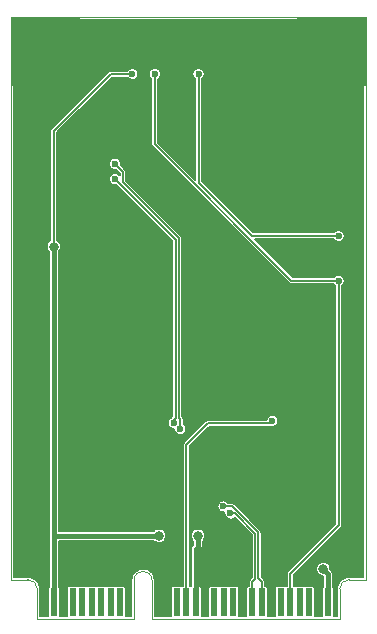
<source format=gbr>
G04 #@! TF.GenerationSoftware,KiCad,Pcbnew,5.1.5+dfsg1-2build2*
G04 #@! TF.CreationDate,2021-01-22T19:49:39+11:00*
G04 #@! TF.ProjectId,mPCIe-GNSS,6d504349-652d-4474-9e53-532e6b696361,1*
G04 #@! TF.SameCoordinates,Original*
G04 #@! TF.FileFunction,Copper,L2,Bot*
G04 #@! TF.FilePolarity,Positive*
%FSLAX46Y46*%
G04 Gerber Fmt 4.6, Leading zero omitted, Abs format (unit mm)*
G04 Created by KiCad (PCBNEW 5.1.5+dfsg1-2build2) date 2021-01-22 19:49:39*
%MOMM*%
%LPD*%
G04 APERTURE LIST*
G04 #@! TA.AperFunction,EtchedComponent*
%ADD10C,0.050000*%
G04 #@! TD*
G04 #@! TA.AperFunction,SMDPad,CuDef*
%ADD11R,0.600000X2.350000*%
G04 #@! TD*
G04 #@! TA.AperFunction,ComponentPad*
%ADD12C,0.350000*%
G04 #@! TD*
G04 #@! TA.AperFunction,ViaPad*
%ADD13C,0.600000*%
G04 #@! TD*
G04 #@! TA.AperFunction,ViaPad*
%ADD14C,0.800000*%
G04 #@! TD*
G04 #@! TA.AperFunction,Conductor*
%ADD15C,0.400000*%
G04 #@! TD*
G04 #@! TA.AperFunction,Conductor*
%ADD16C,0.254000*%
G04 #@! TD*
G04 #@! TA.AperFunction,Conductor*
%ADD17C,0.152400*%
G04 #@! TD*
G04 #@! TA.AperFunction,Conductor*
%ADD18C,0.127000*%
G04 #@! TD*
G04 APERTURE END LIST*
D10*
G04 #@! TO.C,PC1*
X132600000Y-126750000D02*
G75*
G02X134100000Y-126750000I750000J0D01*
G01*
X123600000Y-126700000D02*
G75*
G02X124400000Y-127500000I0J-800000D01*
G01*
X150800000Y-126700000D02*
G75*
G03X150000000Y-127500000I0J-800000D01*
G01*
X134100000Y-130000000D02*
X134100000Y-126750000D01*
X124400000Y-130000000D02*
X124400000Y-127500000D01*
X122200000Y-126700000D02*
X123600000Y-126700000D01*
X150000000Y-130000000D02*
X150000000Y-127500000D01*
X150800000Y-126700000D02*
X152200000Y-126700000D01*
X132600000Y-130000000D02*
X124400000Y-130000000D01*
X122200000Y-79050000D02*
X152200000Y-79050000D01*
X152200000Y-126700000D02*
X152200000Y-79050000D01*
X122200000Y-126700000D02*
X122200000Y-79050000D01*
X134100000Y-130000000D02*
X150000000Y-130000000D01*
X132600000Y-130000000D02*
X132600000Y-126750000D01*
G04 #@! TD*
D11*
G04 #@! TO.P,PC1,18*
G04 #@! TO.N,GND*
X135400000Y-128625000D03*
G04 #@! TO.P,PC1,20*
G04 #@! TO.N,N/C*
X136200000Y-128625000D03*
G04 #@! TO.P,PC1,22*
G04 #@! TO.N,/~RESET*
X137000000Y-128625000D03*
G04 #@! TO.P,PC1,24*
G04 #@! TO.N,+3.3V*
X137800000Y-128625000D03*
G04 #@! TO.P,PC1,26*
G04 #@! TO.N,GND*
X138600000Y-128625000D03*
G04 #@! TO.P,PC1,28*
G04 #@! TO.N,N/C*
X139400000Y-128625000D03*
G04 #@! TO.P,PC1,30*
X140200000Y-128625000D03*
G04 #@! TO.P,PC1,32*
X141000000Y-128625000D03*
G04 #@! TO.P,PC1,34*
G04 #@! TO.N,GND*
X141800000Y-128625000D03*
G04 #@! TO.P,PC1,36*
G04 #@! TO.N,/USB_D-*
X142600000Y-128625000D03*
G04 #@! TO.P,PC1,38*
G04 #@! TO.N,/USB_D+*
X143400000Y-128625000D03*
G04 #@! TO.P,PC1,40*
G04 #@! TO.N,GND*
X144200000Y-128625000D03*
G04 #@! TO.P,PC1,42*
G04 #@! TO.N,N/C*
X145000000Y-128625000D03*
G04 #@! TO.P,PC1,44*
G04 #@! TO.N,/~LED_WLAN*
X145800000Y-128625000D03*
G04 #@! TO.P,PC1,46*
G04 #@! TO.N,N/C*
X146600000Y-128625000D03*
G04 #@! TO.P,PC1,48*
X147400000Y-128625000D03*
G04 #@! TO.P,PC1,50*
G04 #@! TO.N,GND*
X148200000Y-128625000D03*
G04 #@! TO.P,PC1,52*
G04 #@! TO.N,+3.3V*
X149000000Y-128625000D03*
G04 #@! TO.P,PC1,16*
G04 #@! TO.N,N/C*
X131400000Y-128625000D03*
G04 #@! TO.P,PC1,14*
X130600000Y-128625000D03*
G04 #@! TO.P,PC1,12*
X129800000Y-128625000D03*
G04 #@! TO.P,PC1,10*
X129000000Y-128625000D03*
G04 #@! TO.P,PC1,8*
X128200000Y-128625000D03*
G04 #@! TO.P,PC1,6*
X127400000Y-128625000D03*
G04 #@! TO.P,PC1,4*
G04 #@! TO.N,GND*
X126600000Y-128625000D03*
G04 #@! TO.P,PC1,2*
G04 #@! TO.N,+3.3V*
X125800000Y-128625000D03*
G04 #@! TA.AperFunction,ComponentPad*
D12*
G04 #@! TO.P,PC1,54*
G04 #@! TO.N,GND*
G36*
X128004877Y-79025480D02*
G01*
X128009567Y-79026903D01*
X128013889Y-79029213D01*
X128017678Y-79032322D01*
X128020787Y-79036111D01*
X128023097Y-79040433D01*
X128024520Y-79045123D01*
X128025000Y-79050000D01*
X128025000Y-84850000D01*
X128024520Y-84854877D01*
X128023097Y-84859567D01*
X128020787Y-84863889D01*
X128017678Y-84867678D01*
X128013889Y-84870787D01*
X128009567Y-84873097D01*
X128004877Y-84874520D01*
X128000000Y-84875000D01*
X122200000Y-84875000D01*
X122195123Y-84874520D01*
X122190433Y-84873097D01*
X122186111Y-84870787D01*
X122182322Y-84867678D01*
X122179213Y-84863889D01*
X122176903Y-84859567D01*
X122175480Y-84854877D01*
X122175000Y-84850000D01*
X122175000Y-79050000D01*
X122175480Y-79045123D01*
X122176903Y-79040433D01*
X122179213Y-79036111D01*
X122182322Y-79032322D01*
X122186111Y-79029213D01*
X122190433Y-79026903D01*
X122195123Y-79025480D01*
X122200000Y-79025000D01*
X128000000Y-79025000D01*
X128004877Y-79025480D01*
G37*
G04 #@! TD.AperFunction*
G04 #@! TA.AperFunction,ComponentPad*
G04 #@! TO.P,PC1,55*
G36*
X152204877Y-79025480D02*
G01*
X152209567Y-79026903D01*
X152213889Y-79029213D01*
X152217678Y-79032322D01*
X152220787Y-79036111D01*
X152223097Y-79040433D01*
X152224520Y-79045123D01*
X152225000Y-79050000D01*
X152225000Y-84850000D01*
X152224520Y-84854877D01*
X152223097Y-84859567D01*
X152220787Y-84863889D01*
X152217678Y-84867678D01*
X152213889Y-84870787D01*
X152209567Y-84873097D01*
X152204877Y-84874520D01*
X152200000Y-84875000D01*
X146400000Y-84875000D01*
X146395123Y-84874520D01*
X146390433Y-84873097D01*
X146386111Y-84870787D01*
X146382322Y-84867678D01*
X146379213Y-84863889D01*
X146376903Y-84859567D01*
X146375480Y-84854877D01*
X146375000Y-84850000D01*
X146375000Y-79050000D01*
X146375480Y-79045123D01*
X146376903Y-79040433D01*
X146379213Y-79036111D01*
X146382322Y-79032322D01*
X146386111Y-79029213D01*
X146390433Y-79026903D01*
X146395123Y-79025480D01*
X146400000Y-79025000D01*
X152200000Y-79025000D01*
X152204877Y-79025480D01*
G37*
G04 #@! TD.AperFunction*
G04 #@! TD*
D13*
G04 #@! TO.N,GND*
X139200000Y-114450000D03*
X141200000Y-114450000D03*
X141200000Y-112450000D03*
X139200000Y-112450000D03*
X141950000Y-94000000D03*
X141250000Y-88350000D03*
X141250000Y-87200000D03*
X141250000Y-84900000D03*
X141250000Y-86050000D03*
X141250000Y-92950000D03*
X141250000Y-90650000D03*
X141250000Y-91800000D03*
X144190000Y-94660000D03*
X144175000Y-83750000D03*
X144175000Y-84900000D03*
X144175000Y-86050000D03*
X144175000Y-87200000D03*
X144175000Y-88350000D03*
X144175000Y-89500000D03*
X144175000Y-92175000D03*
X141250000Y-83750000D03*
X141250000Y-89500000D03*
X143000000Y-94575000D03*
X145460000Y-92175000D03*
X145460000Y-94650000D03*
X147375000Y-93390000D03*
X146675000Y-92275000D03*
X146675000Y-94525000D03*
D14*
G04 #@! TO.N,+3.3V*
X125800000Y-98500000D03*
X148600000Y-125800000D03*
X138000000Y-123000000D03*
D13*
X132450000Y-83900000D03*
D14*
X134700000Y-123000000D03*
D13*
G04 #@! TO.N,/GPS_TX*
X130975000Y-92800000D03*
X135950000Y-113450000D03*
G04 #@! TO.N,/GPS_RX*
X130975000Y-91500000D03*
X136500000Y-113950000D03*
G04 #@! TO.N,/USB_D-*
X140750000Y-121100000D03*
G04 #@! TO.N,/USB_D+*
X140150000Y-120500000D03*
G04 #@! TO.N,Net-(Q2-Pad3)*
X149900000Y-97600000D03*
X138050000Y-83900000D03*
G04 #@! TO.N,/~RESET*
X144300000Y-113250000D03*
G04 #@! TO.N,/~LED_WLAN*
X134350000Y-83900000D03*
X149900000Y-101400000D03*
G04 #@! TD*
D15*
G04 #@! TO.N,+3.3V*
X125800000Y-120550000D02*
X125800000Y-98500000D01*
D16*
X125800000Y-98500000D02*
X125800000Y-98500000D01*
D15*
X149000000Y-128625000D02*
X149000000Y-126200000D01*
X149000000Y-126200000D02*
X148600000Y-125800000D01*
D17*
X125800000Y-88700000D02*
X125800000Y-98500000D01*
X130600000Y-83900000D02*
X130600000Y-83900000D01*
X130600000Y-83900000D02*
X125800000Y-88700000D01*
X132450000Y-83900000D02*
X130600000Y-83900000D01*
D15*
X125800000Y-128625000D02*
X125800000Y-122950000D01*
X125800000Y-122950000D02*
X125800000Y-120550000D01*
X137800000Y-124100000D02*
X138000000Y-123900000D01*
X137800000Y-128625000D02*
X137800000Y-124100000D01*
X138000000Y-123900000D02*
X138000000Y-123000000D01*
D17*
X125850000Y-123000000D02*
X125800000Y-122950000D01*
D15*
X134700000Y-123000000D02*
X125850000Y-123000000D01*
D17*
G04 #@! TO.N,/GPS_TX*
X135950000Y-113150000D02*
X135950000Y-113450000D01*
X136100000Y-113000000D02*
X135950000Y-113150000D01*
X136100000Y-97925000D02*
X136100000Y-113000000D01*
X130975000Y-92800000D02*
X136100000Y-97925000D01*
G04 #@! TO.N,/GPS_RX*
X130975000Y-91525000D02*
X130975000Y-91500000D01*
X131650000Y-92200000D02*
X130975000Y-91525000D01*
X136400000Y-113000000D02*
X136400000Y-97800000D01*
X136500000Y-113100000D02*
X136400000Y-113000000D01*
X136500000Y-113950000D02*
X136500000Y-113100000D01*
X136400000Y-97800000D02*
X131650000Y-93050000D01*
X131650000Y-93050000D02*
X131650000Y-92200000D01*
D18*
G04 #@! TO.N,/USB_D-*
X141150000Y-121100000D02*
X140750000Y-121100000D01*
X142850000Y-122800000D02*
X141150000Y-121100000D01*
X142850000Y-126612499D02*
X142850000Y-122800000D01*
X142600000Y-128625000D02*
X142600000Y-126862499D01*
X142600000Y-126862499D02*
X142850000Y-126612499D01*
G04 #@! TO.N,/USB_D+*
X143400000Y-126862499D02*
X143400000Y-128625000D01*
X143104010Y-126566509D02*
X143400000Y-126862499D01*
X143104010Y-122694786D02*
X143104010Y-126566509D01*
X140150000Y-120500000D02*
X140909224Y-120500000D01*
X140909224Y-120500000D02*
X143104010Y-122694786D01*
D17*
G04 #@! TO.N,Net-(Q2-Pad3)*
X138050000Y-93100000D02*
X138050000Y-83950000D01*
X149900000Y-97600000D02*
X142550000Y-97600000D01*
X142550000Y-97600000D02*
X138050000Y-93100000D01*
G04 #@! TO.N,/~RESET*
X144100000Y-113450000D02*
X144300000Y-113250000D01*
X138850000Y-113450000D02*
X144100000Y-113450000D01*
X137000000Y-128625000D02*
X137000000Y-115300000D01*
X137000000Y-115300000D02*
X138850000Y-113450000D01*
G04 #@! TO.N,/~LED_WLAN*
X145800000Y-126200000D02*
X145800000Y-127297600D01*
X145800000Y-127297600D02*
X145800000Y-128625000D01*
X149900000Y-101400000D02*
X149900000Y-122100000D01*
X149900000Y-122100000D02*
X145800000Y-126200000D01*
X134350000Y-89850000D02*
X134350000Y-83900000D01*
X149900000Y-101400000D02*
X145900000Y-101400000D01*
X145900000Y-101400000D02*
X134350000Y-89850000D01*
G04 #@! TD*
D18*
G04 #@! TO.N,GND*
G36*
X151961500Y-126461500D02*
G01*
X150788294Y-126461500D01*
X150777786Y-126462535D01*
X150772798Y-126462500D01*
X150769483Y-126462826D01*
X150614207Y-126479147D01*
X150593030Y-126483494D01*
X150571800Y-126487543D01*
X150568616Y-126488505D01*
X150568610Y-126488506D01*
X150568604Y-126488508D01*
X150419463Y-126534675D01*
X150399520Y-126543058D01*
X150379491Y-126551150D01*
X150376556Y-126552710D01*
X150376552Y-126552712D01*
X150376551Y-126552713D01*
X150239209Y-126626974D01*
X150221269Y-126639075D01*
X150203201Y-126650898D01*
X150200620Y-126653003D01*
X150080318Y-126752525D01*
X150065114Y-126767836D01*
X150049641Y-126782988D01*
X150047518Y-126785555D01*
X149948839Y-126906548D01*
X149936880Y-126924548D01*
X149924664Y-126942388D01*
X149923080Y-126945318D01*
X149849780Y-127083175D01*
X149841535Y-127103178D01*
X149833027Y-127123029D01*
X149832042Y-127126210D01*
X149786915Y-127275679D01*
X149782715Y-127296890D01*
X149778222Y-127318028D01*
X149777874Y-127321339D01*
X149762638Y-127476726D01*
X149762638Y-127476750D01*
X149761501Y-127488294D01*
X149761500Y-129761500D01*
X149514533Y-129761500D01*
X149514533Y-127450000D01*
X149510411Y-127408147D01*
X149498203Y-127367902D01*
X149478378Y-127330812D01*
X149451698Y-127298302D01*
X149419188Y-127271622D01*
X149413500Y-127268582D01*
X149413500Y-126220295D01*
X149415499Y-126199999D01*
X149413500Y-126179704D01*
X149413500Y-126179694D01*
X149407516Y-126118940D01*
X149383872Y-126040995D01*
X149345476Y-125969161D01*
X149293803Y-125906197D01*
X149278027Y-125893250D01*
X149213500Y-125828723D01*
X149213500Y-125739576D01*
X149189923Y-125621049D01*
X149143676Y-125509399D01*
X149076536Y-125408917D01*
X148991083Y-125323464D01*
X148890601Y-125256324D01*
X148778951Y-125210077D01*
X148660424Y-125186500D01*
X148539576Y-125186500D01*
X148421049Y-125210077D01*
X148309399Y-125256324D01*
X148208917Y-125323464D01*
X148123464Y-125408917D01*
X148056324Y-125509399D01*
X148010077Y-125621049D01*
X147986500Y-125739576D01*
X147986500Y-125860424D01*
X148010077Y-125978951D01*
X148056324Y-126090601D01*
X148123464Y-126191083D01*
X148208917Y-126276536D01*
X148309399Y-126343676D01*
X148421049Y-126389923D01*
X148539576Y-126413500D01*
X148586501Y-126413500D01*
X148586501Y-127268581D01*
X148580812Y-127271622D01*
X148548302Y-127298302D01*
X148521622Y-127330812D01*
X148501797Y-127367902D01*
X148489589Y-127408147D01*
X148485467Y-127450000D01*
X148485467Y-129761500D01*
X147914533Y-129761500D01*
X147914533Y-127450000D01*
X147910411Y-127408147D01*
X147898203Y-127367902D01*
X147878378Y-127330812D01*
X147851698Y-127298302D01*
X147819188Y-127271622D01*
X147782098Y-127251797D01*
X147741853Y-127239589D01*
X147700000Y-127235467D01*
X147100000Y-127235467D01*
X147058147Y-127239589D01*
X147017902Y-127251797D01*
X147000000Y-127261366D01*
X146982098Y-127251797D01*
X146941853Y-127239589D01*
X146900000Y-127235467D01*
X146300000Y-127235467D01*
X146258147Y-127239589D01*
X146217902Y-127251797D01*
X146200000Y-127261366D01*
X146182098Y-127251797D01*
X146141853Y-127239589D01*
X146100000Y-127235467D01*
X146089700Y-127235467D01*
X146089700Y-126319997D01*
X150094796Y-122314902D01*
X150105839Y-122305839D01*
X150114902Y-122294796D01*
X150114908Y-122294790D01*
X150142042Y-122261728D01*
X150168942Y-122211400D01*
X150185508Y-122156791D01*
X150189700Y-122114226D01*
X150189700Y-122114218D01*
X150191100Y-122100000D01*
X150189700Y-122085782D01*
X150189700Y-101824010D01*
X150227337Y-101798862D01*
X150298862Y-101727337D01*
X150355058Y-101643234D01*
X150393767Y-101549783D01*
X150413500Y-101450575D01*
X150413500Y-101349425D01*
X150393767Y-101250217D01*
X150355058Y-101156766D01*
X150298862Y-101072663D01*
X150227337Y-101001138D01*
X150143234Y-100944942D01*
X150049783Y-100906233D01*
X149950575Y-100886500D01*
X149849425Y-100886500D01*
X149750217Y-100906233D01*
X149656766Y-100944942D01*
X149572663Y-101001138D01*
X149501138Y-101072663D01*
X149475990Y-101110300D01*
X146019998Y-101110300D01*
X142799398Y-97889700D01*
X149475990Y-97889700D01*
X149501138Y-97927337D01*
X149572663Y-97998862D01*
X149656766Y-98055058D01*
X149750217Y-98093767D01*
X149849425Y-98113500D01*
X149950575Y-98113500D01*
X150049783Y-98093767D01*
X150143234Y-98055058D01*
X150227337Y-97998862D01*
X150298862Y-97927337D01*
X150355058Y-97843234D01*
X150393767Y-97749783D01*
X150413500Y-97650575D01*
X150413500Y-97549425D01*
X150393767Y-97450217D01*
X150355058Y-97356766D01*
X150298862Y-97272663D01*
X150227337Y-97201138D01*
X150143234Y-97144942D01*
X150049783Y-97106233D01*
X149950575Y-97086500D01*
X149849425Y-97086500D01*
X149750217Y-97106233D01*
X149656766Y-97144942D01*
X149572663Y-97201138D01*
X149501138Y-97272663D01*
X149475990Y-97310300D01*
X142669998Y-97310300D01*
X138339700Y-92980003D01*
X138339700Y-84324010D01*
X138377337Y-84298862D01*
X138448862Y-84227337D01*
X138505058Y-84143234D01*
X138543767Y-84049783D01*
X138563500Y-83950575D01*
X138563500Y-83849425D01*
X138543767Y-83750217D01*
X138505058Y-83656766D01*
X138448862Y-83572663D01*
X138377337Y-83501138D01*
X138293234Y-83444942D01*
X138199783Y-83406233D01*
X138100575Y-83386500D01*
X137999425Y-83386500D01*
X137900217Y-83406233D01*
X137806766Y-83444942D01*
X137722663Y-83501138D01*
X137651138Y-83572663D01*
X137594942Y-83656766D01*
X137556233Y-83750217D01*
X137536500Y-83849425D01*
X137536500Y-83950575D01*
X137556233Y-84049783D01*
X137594942Y-84143234D01*
X137651138Y-84227337D01*
X137722663Y-84298862D01*
X137760301Y-84324011D01*
X137760300Y-92850603D01*
X134639700Y-89730003D01*
X134639700Y-84324010D01*
X134677337Y-84298862D01*
X134748862Y-84227337D01*
X134805058Y-84143234D01*
X134843767Y-84049783D01*
X134863500Y-83950575D01*
X134863500Y-83849425D01*
X134843767Y-83750217D01*
X134805058Y-83656766D01*
X134748862Y-83572663D01*
X134677337Y-83501138D01*
X134593234Y-83444942D01*
X134499783Y-83406233D01*
X134400575Y-83386500D01*
X134299425Y-83386500D01*
X134200217Y-83406233D01*
X134106766Y-83444942D01*
X134022663Y-83501138D01*
X133951138Y-83572663D01*
X133894942Y-83656766D01*
X133856233Y-83750217D01*
X133836500Y-83849425D01*
X133836500Y-83950575D01*
X133856233Y-84049783D01*
X133894942Y-84143234D01*
X133951138Y-84227337D01*
X134022663Y-84298862D01*
X134060301Y-84324011D01*
X134060300Y-89835784D01*
X134058900Y-89850000D01*
X134060300Y-89864216D01*
X134060300Y-89864225D01*
X134064492Y-89906790D01*
X134081058Y-89961399D01*
X134107958Y-90011726D01*
X134144161Y-90055839D01*
X134155210Y-90064907D01*
X145685098Y-101594796D01*
X145694161Y-101605839D01*
X145705204Y-101614902D01*
X145705210Y-101614908D01*
X145738272Y-101642042D01*
X145788600Y-101668942D01*
X145843208Y-101685508D01*
X145848108Y-101685990D01*
X145885774Y-101689700D01*
X145885782Y-101689700D01*
X145900000Y-101691100D01*
X145914218Y-101689700D01*
X149475990Y-101689700D01*
X149501138Y-101727337D01*
X149572663Y-101798862D01*
X149610300Y-101824010D01*
X149610301Y-121980001D01*
X145605210Y-125985093D01*
X145594161Y-125994161D01*
X145585094Y-126005209D01*
X145585092Y-126005211D01*
X145580785Y-126010459D01*
X145557958Y-126038274D01*
X145531058Y-126088601D01*
X145514492Y-126143210D01*
X145510300Y-126185775D01*
X145510300Y-126185784D01*
X145508900Y-126200000D01*
X145510300Y-126214216D01*
X145510301Y-127235467D01*
X145500000Y-127235467D01*
X145458147Y-127239589D01*
X145417902Y-127251797D01*
X145400000Y-127261366D01*
X145382098Y-127251797D01*
X145341853Y-127239589D01*
X145300000Y-127235467D01*
X144700000Y-127235467D01*
X144658147Y-127239589D01*
X144617902Y-127251797D01*
X144580812Y-127271622D01*
X144548302Y-127298302D01*
X144521622Y-127330812D01*
X144501797Y-127367902D01*
X144489589Y-127408147D01*
X144485467Y-127450000D01*
X144485467Y-129761500D01*
X143914533Y-129761500D01*
X143914533Y-127450000D01*
X143910411Y-127408147D01*
X143898203Y-127367902D01*
X143878378Y-127330812D01*
X143851698Y-127298302D01*
X143819188Y-127271622D01*
X143782098Y-127251797D01*
X143741853Y-127239589D01*
X143700000Y-127235467D01*
X143677000Y-127235467D01*
X143677000Y-126876094D01*
X143678339Y-126862498D01*
X143677000Y-126848902D01*
X143677000Y-126848893D01*
X143672992Y-126808198D01*
X143657153Y-126755983D01*
X143641392Y-126726497D01*
X143631431Y-126707861D01*
X143605489Y-126676251D01*
X143605488Y-126676250D01*
X143596816Y-126665683D01*
X143586249Y-126657011D01*
X143381010Y-126451773D01*
X143381010Y-122708381D01*
X143382349Y-122694785D01*
X143381010Y-122681189D01*
X143381010Y-122681180D01*
X143377002Y-122640485D01*
X143361163Y-122588270D01*
X143349190Y-122565870D01*
X143335441Y-122540148D01*
X143309499Y-122508538D01*
X143309498Y-122508537D01*
X143300826Y-122497970D01*
X143290259Y-122489298D01*
X141114717Y-120313757D01*
X141106040Y-120303184D01*
X141063861Y-120268569D01*
X141015740Y-120242847D01*
X140963525Y-120227008D01*
X140922830Y-120223000D01*
X140922820Y-120223000D01*
X140909224Y-120221661D01*
X140895628Y-120223000D01*
X140582496Y-120223000D01*
X140548862Y-120172663D01*
X140477337Y-120101138D01*
X140393234Y-120044942D01*
X140299783Y-120006233D01*
X140200575Y-119986500D01*
X140099425Y-119986500D01*
X140000217Y-120006233D01*
X139906766Y-120044942D01*
X139822663Y-120101138D01*
X139751138Y-120172663D01*
X139694942Y-120256766D01*
X139656233Y-120350217D01*
X139636500Y-120449425D01*
X139636500Y-120550575D01*
X139656233Y-120649783D01*
X139694942Y-120743234D01*
X139751138Y-120827337D01*
X139822663Y-120898862D01*
X139906766Y-120955058D01*
X140000217Y-120993767D01*
X140099425Y-121013500D01*
X140200575Y-121013500D01*
X140245420Y-121004580D01*
X140236500Y-121049425D01*
X140236500Y-121150575D01*
X140256233Y-121249783D01*
X140294942Y-121343234D01*
X140351138Y-121427337D01*
X140422663Y-121498862D01*
X140506766Y-121555058D01*
X140600217Y-121593767D01*
X140699425Y-121613500D01*
X140800575Y-121613500D01*
X140899783Y-121593767D01*
X140993234Y-121555058D01*
X141077337Y-121498862D01*
X141117231Y-121458968D01*
X142573001Y-122914738D01*
X142573000Y-126497762D01*
X142413752Y-126657011D01*
X142403185Y-126665683D01*
X142394513Y-126676250D01*
X142394511Y-126676252D01*
X142368569Y-126707862D01*
X142342848Y-126755983D01*
X142327009Y-126808198D01*
X142321661Y-126862499D01*
X142323001Y-126876105D01*
X142323001Y-127235467D01*
X142300000Y-127235467D01*
X142258147Y-127239589D01*
X142217902Y-127251797D01*
X142180812Y-127271622D01*
X142148302Y-127298302D01*
X142121622Y-127330812D01*
X142101797Y-127367902D01*
X142089589Y-127408147D01*
X142085467Y-127450000D01*
X142085467Y-129761500D01*
X141514533Y-129761500D01*
X141514533Y-127450000D01*
X141510411Y-127408147D01*
X141498203Y-127367902D01*
X141478378Y-127330812D01*
X141451698Y-127298302D01*
X141419188Y-127271622D01*
X141382098Y-127251797D01*
X141341853Y-127239589D01*
X141300000Y-127235467D01*
X140700000Y-127235467D01*
X140658147Y-127239589D01*
X140617902Y-127251797D01*
X140600000Y-127261366D01*
X140582098Y-127251797D01*
X140541853Y-127239589D01*
X140500000Y-127235467D01*
X139900000Y-127235467D01*
X139858147Y-127239589D01*
X139817902Y-127251797D01*
X139800000Y-127261366D01*
X139782098Y-127251797D01*
X139741853Y-127239589D01*
X139700000Y-127235467D01*
X139100000Y-127235467D01*
X139058147Y-127239589D01*
X139017902Y-127251797D01*
X138980812Y-127271622D01*
X138948302Y-127298302D01*
X138921622Y-127330812D01*
X138901797Y-127367902D01*
X138889589Y-127408147D01*
X138885467Y-127450000D01*
X138885467Y-129761500D01*
X138314533Y-129761500D01*
X138314533Y-127450000D01*
X138310411Y-127408147D01*
X138298203Y-127367902D01*
X138278378Y-127330812D01*
X138251698Y-127298302D01*
X138219188Y-127271622D01*
X138213500Y-127268582D01*
X138213500Y-124271276D01*
X138278023Y-124206753D01*
X138293803Y-124193803D01*
X138345476Y-124130839D01*
X138383872Y-124059005D01*
X138383872Y-124059004D01*
X138407516Y-123981061D01*
X138415500Y-123900000D01*
X138413500Y-123879694D01*
X138413500Y-123454119D01*
X138476536Y-123391083D01*
X138543676Y-123290601D01*
X138589923Y-123178951D01*
X138613500Y-123060424D01*
X138613500Y-122939576D01*
X138589923Y-122821049D01*
X138543676Y-122709399D01*
X138476536Y-122608917D01*
X138391083Y-122523464D01*
X138290601Y-122456324D01*
X138178951Y-122410077D01*
X138060424Y-122386500D01*
X137939576Y-122386500D01*
X137821049Y-122410077D01*
X137709399Y-122456324D01*
X137608917Y-122523464D01*
X137523464Y-122608917D01*
X137456324Y-122709399D01*
X137410077Y-122821049D01*
X137386500Y-122939576D01*
X137386500Y-123060424D01*
X137410077Y-123178951D01*
X137456324Y-123290601D01*
X137523464Y-123391083D01*
X137586500Y-123454119D01*
X137586500Y-123728723D01*
X137521969Y-123793254D01*
X137506198Y-123806197D01*
X137493256Y-123821967D01*
X137493253Y-123821970D01*
X137454525Y-123869161D01*
X137416128Y-123940996D01*
X137392484Y-124018940D01*
X137384500Y-124100000D01*
X137386501Y-124120316D01*
X137386500Y-127254150D01*
X137382098Y-127251797D01*
X137341853Y-127239589D01*
X137300000Y-127235467D01*
X137289700Y-127235467D01*
X137289700Y-115419997D01*
X138969998Y-113739700D01*
X144085784Y-113739700D01*
X144100000Y-113741100D01*
X144114216Y-113739700D01*
X144114226Y-113739700D01*
X144135371Y-113737618D01*
X144150217Y-113743767D01*
X144249425Y-113763500D01*
X144350575Y-113763500D01*
X144449783Y-113743767D01*
X144543234Y-113705058D01*
X144627337Y-113648862D01*
X144698862Y-113577337D01*
X144755058Y-113493234D01*
X144793767Y-113399783D01*
X144813500Y-113300575D01*
X144813500Y-113199425D01*
X144793767Y-113100217D01*
X144755058Y-113006766D01*
X144698862Y-112922663D01*
X144627337Y-112851138D01*
X144543234Y-112794942D01*
X144449783Y-112756233D01*
X144350575Y-112736500D01*
X144249425Y-112736500D01*
X144150217Y-112756233D01*
X144056766Y-112794942D01*
X143972663Y-112851138D01*
X143901138Y-112922663D01*
X143844942Y-113006766D01*
X143806233Y-113100217D01*
X143794282Y-113160300D01*
X138864215Y-113160300D01*
X138849999Y-113158900D01*
X138835783Y-113160300D01*
X138835774Y-113160300D01*
X138793209Y-113164492D01*
X138738600Y-113181058D01*
X138688273Y-113207958D01*
X138683309Y-113212032D01*
X138655210Y-113235092D01*
X138655204Y-113235098D01*
X138644161Y-113244161D01*
X138635098Y-113255204D01*
X136805205Y-115085098D01*
X136794162Y-115094161D01*
X136785099Y-115105204D01*
X136785092Y-115105211D01*
X136757959Y-115138273D01*
X136731058Y-115188601D01*
X136714493Y-115243209D01*
X136708900Y-115300000D01*
X136710301Y-115314226D01*
X136710300Y-127235467D01*
X136700000Y-127235467D01*
X136658147Y-127239589D01*
X136617902Y-127251797D01*
X136600000Y-127261366D01*
X136582098Y-127251797D01*
X136541853Y-127239589D01*
X136500000Y-127235467D01*
X135900000Y-127235467D01*
X135858147Y-127239589D01*
X135817902Y-127251797D01*
X135780812Y-127271622D01*
X135748302Y-127298302D01*
X135721622Y-127330812D01*
X135701797Y-127367902D01*
X135689589Y-127408147D01*
X135685467Y-127450000D01*
X135685467Y-129761500D01*
X134338500Y-129761500D01*
X134338500Y-126738294D01*
X134337289Y-126725997D01*
X134337289Y-126716255D01*
X134336941Y-126712943D01*
X134320625Y-126567481D01*
X134316126Y-126546316D01*
X134311932Y-126525132D01*
X134310947Y-126521951D01*
X134266688Y-126382429D01*
X134258173Y-126362563D01*
X134249935Y-126342574D01*
X134248351Y-126339645D01*
X134177834Y-126211376D01*
X134165627Y-126193548D01*
X134153661Y-126175537D01*
X134151538Y-126172972D01*
X134151536Y-126172969D01*
X134151533Y-126172966D01*
X134057451Y-126060841D01*
X134042012Y-126045722D01*
X134026773Y-126030376D01*
X134024192Y-126028272D01*
X133910116Y-125936554D01*
X133892009Y-125924705D01*
X133874109Y-125912631D01*
X133871175Y-125911071D01*
X133871167Y-125911066D01*
X133871159Y-125911063D01*
X133741452Y-125843253D01*
X133721383Y-125835144D01*
X133701480Y-125826778D01*
X133698292Y-125825815D01*
X133557874Y-125784488D01*
X133536611Y-125780432D01*
X133515467Y-125776091D01*
X133512160Y-125775768D01*
X133512151Y-125775766D01*
X133512143Y-125775766D01*
X133366381Y-125762500D01*
X133344769Y-125762650D01*
X133323147Y-125762499D01*
X133319844Y-125762824D01*
X133319835Y-125762824D01*
X133319827Y-125762826D01*
X133174261Y-125778126D01*
X133153084Y-125782473D01*
X133131854Y-125786522D01*
X133128670Y-125787484D01*
X133128664Y-125787485D01*
X133128658Y-125787487D01*
X132988837Y-125830769D01*
X132968889Y-125839154D01*
X132948867Y-125847243D01*
X132945936Y-125848802D01*
X132945927Y-125848806D01*
X132945920Y-125848811D01*
X132817169Y-125918426D01*
X132799257Y-125930507D01*
X132781160Y-125942349D01*
X132778585Y-125944450D01*
X132778579Y-125944454D01*
X132778574Y-125944459D01*
X132665797Y-126037756D01*
X132650578Y-126053081D01*
X132635120Y-126068219D01*
X132632998Y-126070785D01*
X132540485Y-126184217D01*
X132528526Y-126202217D01*
X132516310Y-126220057D01*
X132514726Y-126222986D01*
X132446007Y-126352228D01*
X132437772Y-126372207D01*
X132429253Y-126392083D01*
X132428271Y-126395256D01*
X132428269Y-126395262D01*
X132428269Y-126395264D01*
X132385963Y-126535391D01*
X132381769Y-126556572D01*
X132377270Y-126577738D01*
X132376922Y-126581050D01*
X132362638Y-126726726D01*
X132362638Y-126726750D01*
X132361501Y-126738294D01*
X132361500Y-129761500D01*
X131914533Y-129761500D01*
X131914533Y-127450000D01*
X131910411Y-127408147D01*
X131898203Y-127367902D01*
X131878378Y-127330812D01*
X131851698Y-127298302D01*
X131819188Y-127271622D01*
X131782098Y-127251797D01*
X131741853Y-127239589D01*
X131700000Y-127235467D01*
X131100000Y-127235467D01*
X131058147Y-127239589D01*
X131017902Y-127251797D01*
X131000000Y-127261366D01*
X130982098Y-127251797D01*
X130941853Y-127239589D01*
X130900000Y-127235467D01*
X130300000Y-127235467D01*
X130258147Y-127239589D01*
X130217902Y-127251797D01*
X130200000Y-127261366D01*
X130182098Y-127251797D01*
X130141853Y-127239589D01*
X130100000Y-127235467D01*
X129500000Y-127235467D01*
X129458147Y-127239589D01*
X129417902Y-127251797D01*
X129400000Y-127261366D01*
X129382098Y-127251797D01*
X129341853Y-127239589D01*
X129300000Y-127235467D01*
X128700000Y-127235467D01*
X128658147Y-127239589D01*
X128617902Y-127251797D01*
X128600000Y-127261366D01*
X128582098Y-127251797D01*
X128541853Y-127239589D01*
X128500000Y-127235467D01*
X127900000Y-127235467D01*
X127858147Y-127239589D01*
X127817902Y-127251797D01*
X127800000Y-127261366D01*
X127782098Y-127251797D01*
X127741853Y-127239589D01*
X127700000Y-127235467D01*
X127100000Y-127235467D01*
X127058147Y-127239589D01*
X127017902Y-127251797D01*
X126980812Y-127271622D01*
X126948302Y-127298302D01*
X126921622Y-127330812D01*
X126901797Y-127367902D01*
X126889589Y-127408147D01*
X126885467Y-127450000D01*
X126885467Y-129761500D01*
X126314533Y-129761500D01*
X126314533Y-127450000D01*
X126310411Y-127408147D01*
X126298203Y-127367902D01*
X126278378Y-127330812D01*
X126251698Y-127298302D01*
X126219188Y-127271622D01*
X126213500Y-127268582D01*
X126213500Y-123413500D01*
X134245881Y-123413500D01*
X134308917Y-123476536D01*
X134409399Y-123543676D01*
X134521049Y-123589923D01*
X134639576Y-123613500D01*
X134760424Y-123613500D01*
X134878951Y-123589923D01*
X134990601Y-123543676D01*
X135091083Y-123476536D01*
X135176536Y-123391083D01*
X135243676Y-123290601D01*
X135289923Y-123178951D01*
X135313500Y-123060424D01*
X135313500Y-122939576D01*
X135289923Y-122821049D01*
X135243676Y-122709399D01*
X135176536Y-122608917D01*
X135091083Y-122523464D01*
X134990601Y-122456324D01*
X134878951Y-122410077D01*
X134760424Y-122386500D01*
X134639576Y-122386500D01*
X134521049Y-122410077D01*
X134409399Y-122456324D01*
X134308917Y-122523464D01*
X134245881Y-122586500D01*
X126213500Y-122586500D01*
X126213500Y-98954119D01*
X126276536Y-98891083D01*
X126343676Y-98790601D01*
X126389923Y-98678951D01*
X126413500Y-98560424D01*
X126413500Y-98439576D01*
X126389923Y-98321049D01*
X126343676Y-98209399D01*
X126276536Y-98108917D01*
X126191083Y-98023464D01*
X126090601Y-97956324D01*
X126089700Y-97955951D01*
X126089700Y-91449425D01*
X130461500Y-91449425D01*
X130461500Y-91550575D01*
X130481233Y-91649783D01*
X130519942Y-91743234D01*
X130576138Y-91827337D01*
X130647663Y-91898862D01*
X130731766Y-91955058D01*
X130825217Y-91993767D01*
X130924425Y-92013500D01*
X131025575Y-92013500D01*
X131049119Y-92008817D01*
X131360301Y-92319999D01*
X131360301Y-92459102D01*
X131302337Y-92401138D01*
X131218234Y-92344942D01*
X131124783Y-92306233D01*
X131025575Y-92286500D01*
X130924425Y-92286500D01*
X130825217Y-92306233D01*
X130731766Y-92344942D01*
X130647663Y-92401138D01*
X130576138Y-92472663D01*
X130519942Y-92556766D01*
X130481233Y-92650217D01*
X130461500Y-92749425D01*
X130461500Y-92850575D01*
X130481233Y-92949783D01*
X130519942Y-93043234D01*
X130576138Y-93127337D01*
X130647663Y-93198862D01*
X130731766Y-93255058D01*
X130825217Y-93293767D01*
X130924425Y-93313500D01*
X131025575Y-93313500D01*
X131069972Y-93304669D01*
X135810300Y-98044998D01*
X135810301Y-112880002D01*
X135755210Y-112935093D01*
X135744161Y-112944161D01*
X135735094Y-112955209D01*
X135735092Y-112955211D01*
X135716357Y-112978040D01*
X135707958Y-112988274D01*
X135703076Y-112997408D01*
X135622663Y-113051138D01*
X135551138Y-113122663D01*
X135494942Y-113206766D01*
X135456233Y-113300217D01*
X135436500Y-113399425D01*
X135436500Y-113500575D01*
X135456233Y-113599783D01*
X135494942Y-113693234D01*
X135551138Y-113777337D01*
X135622663Y-113848862D01*
X135706766Y-113905058D01*
X135800217Y-113943767D01*
X135899425Y-113963500D01*
X135986500Y-113963500D01*
X135986500Y-114000575D01*
X136006233Y-114099783D01*
X136044942Y-114193234D01*
X136101138Y-114277337D01*
X136172663Y-114348862D01*
X136256766Y-114405058D01*
X136350217Y-114443767D01*
X136449425Y-114463500D01*
X136550575Y-114463500D01*
X136649783Y-114443767D01*
X136743234Y-114405058D01*
X136827337Y-114348862D01*
X136898862Y-114277337D01*
X136955058Y-114193234D01*
X136993767Y-114099783D01*
X137013500Y-114000575D01*
X137013500Y-113899425D01*
X136993767Y-113800217D01*
X136955058Y-113706766D01*
X136898862Y-113622663D01*
X136827337Y-113551138D01*
X136789700Y-113525990D01*
X136789700Y-113114215D01*
X136791100Y-113099999D01*
X136789700Y-113085783D01*
X136789700Y-113085774D01*
X136785508Y-113043209D01*
X136768942Y-112988600D01*
X136742042Y-112938273D01*
X136705839Y-112894161D01*
X136694785Y-112885089D01*
X136689700Y-112880004D01*
X136689700Y-97814215D01*
X136691100Y-97799999D01*
X136689700Y-97785783D01*
X136689700Y-97785774D01*
X136685508Y-97743209D01*
X136668942Y-97688600D01*
X136642042Y-97638273D01*
X136605839Y-97594161D01*
X136594790Y-97585093D01*
X131939700Y-92930003D01*
X131939700Y-92214215D01*
X131941100Y-92199999D01*
X131939700Y-92185783D01*
X131939700Y-92185774D01*
X131935508Y-92143209D01*
X131918942Y-92088600D01*
X131892042Y-92038273D01*
X131871711Y-92013500D01*
X131864908Y-92005210D01*
X131864902Y-92005204D01*
X131855839Y-91994161D01*
X131844796Y-91985098D01*
X131475522Y-91615824D01*
X131488500Y-91550575D01*
X131488500Y-91449425D01*
X131468767Y-91350217D01*
X131430058Y-91256766D01*
X131373862Y-91172663D01*
X131302337Y-91101138D01*
X131218234Y-91044942D01*
X131124783Y-91006233D01*
X131025575Y-90986500D01*
X130924425Y-90986500D01*
X130825217Y-91006233D01*
X130731766Y-91044942D01*
X130647663Y-91101138D01*
X130576138Y-91172663D01*
X130519942Y-91256766D01*
X130481233Y-91350217D01*
X130461500Y-91449425D01*
X126089700Y-91449425D01*
X126089700Y-88819997D01*
X130719998Y-84189700D01*
X132025990Y-84189700D01*
X132051138Y-84227337D01*
X132122663Y-84298862D01*
X132206766Y-84355058D01*
X132300217Y-84393767D01*
X132399425Y-84413500D01*
X132500575Y-84413500D01*
X132599783Y-84393767D01*
X132693234Y-84355058D01*
X132777337Y-84298862D01*
X132848862Y-84227337D01*
X132905058Y-84143234D01*
X132943767Y-84049783D01*
X132963500Y-83950575D01*
X132963500Y-83849425D01*
X132943767Y-83750217D01*
X132905058Y-83656766D01*
X132848862Y-83572663D01*
X132777337Y-83501138D01*
X132693234Y-83444942D01*
X132599783Y-83406233D01*
X132500575Y-83386500D01*
X132399425Y-83386500D01*
X132300217Y-83406233D01*
X132206766Y-83444942D01*
X132122663Y-83501138D01*
X132051138Y-83572663D01*
X132025990Y-83610300D01*
X130614215Y-83610300D01*
X130599999Y-83608900D01*
X130585783Y-83610300D01*
X130585774Y-83610300D01*
X130543209Y-83614492D01*
X130488600Y-83631058D01*
X130438273Y-83657958D01*
X130433309Y-83662032D01*
X130405210Y-83685092D01*
X130405204Y-83685098D01*
X130394161Y-83694161D01*
X130385098Y-83705204D01*
X125605210Y-88485093D01*
X125594161Y-88494161D01*
X125557958Y-88538274D01*
X125531058Y-88588601D01*
X125514492Y-88643210D01*
X125510300Y-88685775D01*
X125510300Y-88685784D01*
X125508900Y-88700000D01*
X125510300Y-88714216D01*
X125510301Y-97955950D01*
X125509399Y-97956324D01*
X125408917Y-98023464D01*
X125323464Y-98108917D01*
X125256324Y-98209399D01*
X125210077Y-98321049D01*
X125186500Y-98439576D01*
X125186500Y-98560424D01*
X125210077Y-98678951D01*
X125256324Y-98790601D01*
X125323464Y-98891083D01*
X125386501Y-98954120D01*
X125386500Y-120570305D01*
X125386501Y-120570315D01*
X125386500Y-122970305D01*
X125386501Y-122970315D01*
X125386500Y-127268582D01*
X125380812Y-127271622D01*
X125348302Y-127298302D01*
X125321622Y-127330812D01*
X125301797Y-127367902D01*
X125289589Y-127408147D01*
X125285467Y-127450000D01*
X125285467Y-129761500D01*
X124638500Y-129761500D01*
X124638500Y-127488294D01*
X124637465Y-127477786D01*
X124637500Y-127472798D01*
X124637174Y-127469483D01*
X124620853Y-127314207D01*
X124616506Y-127293030D01*
X124612457Y-127271800D01*
X124611495Y-127268616D01*
X124611494Y-127268610D01*
X124611492Y-127268604D01*
X124565325Y-127119463D01*
X124556942Y-127099520D01*
X124548850Y-127079491D01*
X124547287Y-127076551D01*
X124473026Y-126939209D01*
X124460925Y-126921269D01*
X124449102Y-126903201D01*
X124446997Y-126900620D01*
X124347475Y-126780318D01*
X124332150Y-126765099D01*
X124317012Y-126749641D01*
X124314445Y-126747518D01*
X124193452Y-126648839D01*
X124175452Y-126636880D01*
X124157612Y-126624664D01*
X124154682Y-126623080D01*
X124016825Y-126549780D01*
X123996822Y-126541535D01*
X123976971Y-126533027D01*
X123973790Y-126532042D01*
X123824321Y-126486915D01*
X123803110Y-126482715D01*
X123781972Y-126478222D01*
X123778661Y-126477874D01*
X123623274Y-126462638D01*
X123623260Y-126462638D01*
X123611706Y-126461500D01*
X122438500Y-126461500D01*
X122438500Y-79288500D01*
X151961501Y-79288500D01*
X151961500Y-126461500D01*
G37*
X151961500Y-126461500D02*
X150788294Y-126461500D01*
X150777786Y-126462535D01*
X150772798Y-126462500D01*
X150769483Y-126462826D01*
X150614207Y-126479147D01*
X150593030Y-126483494D01*
X150571800Y-126487543D01*
X150568616Y-126488505D01*
X150568610Y-126488506D01*
X150568604Y-126488508D01*
X150419463Y-126534675D01*
X150399520Y-126543058D01*
X150379491Y-126551150D01*
X150376556Y-126552710D01*
X150376552Y-126552712D01*
X150376551Y-126552713D01*
X150239209Y-126626974D01*
X150221269Y-126639075D01*
X150203201Y-126650898D01*
X150200620Y-126653003D01*
X150080318Y-126752525D01*
X150065114Y-126767836D01*
X150049641Y-126782988D01*
X150047518Y-126785555D01*
X149948839Y-126906548D01*
X149936880Y-126924548D01*
X149924664Y-126942388D01*
X149923080Y-126945318D01*
X149849780Y-127083175D01*
X149841535Y-127103178D01*
X149833027Y-127123029D01*
X149832042Y-127126210D01*
X149786915Y-127275679D01*
X149782715Y-127296890D01*
X149778222Y-127318028D01*
X149777874Y-127321339D01*
X149762638Y-127476726D01*
X149762638Y-127476750D01*
X149761501Y-127488294D01*
X149761500Y-129761500D01*
X149514533Y-129761500D01*
X149514533Y-127450000D01*
X149510411Y-127408147D01*
X149498203Y-127367902D01*
X149478378Y-127330812D01*
X149451698Y-127298302D01*
X149419188Y-127271622D01*
X149413500Y-127268582D01*
X149413500Y-126220295D01*
X149415499Y-126199999D01*
X149413500Y-126179704D01*
X149413500Y-126179694D01*
X149407516Y-126118940D01*
X149383872Y-126040995D01*
X149345476Y-125969161D01*
X149293803Y-125906197D01*
X149278027Y-125893250D01*
X149213500Y-125828723D01*
X149213500Y-125739576D01*
X149189923Y-125621049D01*
X149143676Y-125509399D01*
X149076536Y-125408917D01*
X148991083Y-125323464D01*
X148890601Y-125256324D01*
X148778951Y-125210077D01*
X148660424Y-125186500D01*
X148539576Y-125186500D01*
X148421049Y-125210077D01*
X148309399Y-125256324D01*
X148208917Y-125323464D01*
X148123464Y-125408917D01*
X148056324Y-125509399D01*
X148010077Y-125621049D01*
X147986500Y-125739576D01*
X147986500Y-125860424D01*
X148010077Y-125978951D01*
X148056324Y-126090601D01*
X148123464Y-126191083D01*
X148208917Y-126276536D01*
X148309399Y-126343676D01*
X148421049Y-126389923D01*
X148539576Y-126413500D01*
X148586501Y-126413500D01*
X148586501Y-127268581D01*
X148580812Y-127271622D01*
X148548302Y-127298302D01*
X148521622Y-127330812D01*
X148501797Y-127367902D01*
X148489589Y-127408147D01*
X148485467Y-127450000D01*
X148485467Y-129761500D01*
X147914533Y-129761500D01*
X147914533Y-127450000D01*
X147910411Y-127408147D01*
X147898203Y-127367902D01*
X147878378Y-127330812D01*
X147851698Y-127298302D01*
X147819188Y-127271622D01*
X147782098Y-127251797D01*
X147741853Y-127239589D01*
X147700000Y-127235467D01*
X147100000Y-127235467D01*
X147058147Y-127239589D01*
X147017902Y-127251797D01*
X147000000Y-127261366D01*
X146982098Y-127251797D01*
X146941853Y-127239589D01*
X146900000Y-127235467D01*
X146300000Y-127235467D01*
X146258147Y-127239589D01*
X146217902Y-127251797D01*
X146200000Y-127261366D01*
X146182098Y-127251797D01*
X146141853Y-127239589D01*
X146100000Y-127235467D01*
X146089700Y-127235467D01*
X146089700Y-126319997D01*
X150094796Y-122314902D01*
X150105839Y-122305839D01*
X150114902Y-122294796D01*
X150114908Y-122294790D01*
X150142042Y-122261728D01*
X150168942Y-122211400D01*
X150185508Y-122156791D01*
X150189700Y-122114226D01*
X150189700Y-122114218D01*
X150191100Y-122100000D01*
X150189700Y-122085782D01*
X150189700Y-101824010D01*
X150227337Y-101798862D01*
X150298862Y-101727337D01*
X150355058Y-101643234D01*
X150393767Y-101549783D01*
X150413500Y-101450575D01*
X150413500Y-101349425D01*
X150393767Y-101250217D01*
X150355058Y-101156766D01*
X150298862Y-101072663D01*
X150227337Y-101001138D01*
X150143234Y-100944942D01*
X150049783Y-100906233D01*
X149950575Y-100886500D01*
X149849425Y-100886500D01*
X149750217Y-100906233D01*
X149656766Y-100944942D01*
X149572663Y-101001138D01*
X149501138Y-101072663D01*
X149475990Y-101110300D01*
X146019998Y-101110300D01*
X142799398Y-97889700D01*
X149475990Y-97889700D01*
X149501138Y-97927337D01*
X149572663Y-97998862D01*
X149656766Y-98055058D01*
X149750217Y-98093767D01*
X149849425Y-98113500D01*
X149950575Y-98113500D01*
X150049783Y-98093767D01*
X150143234Y-98055058D01*
X150227337Y-97998862D01*
X150298862Y-97927337D01*
X150355058Y-97843234D01*
X150393767Y-97749783D01*
X150413500Y-97650575D01*
X150413500Y-97549425D01*
X150393767Y-97450217D01*
X150355058Y-97356766D01*
X150298862Y-97272663D01*
X150227337Y-97201138D01*
X150143234Y-97144942D01*
X150049783Y-97106233D01*
X149950575Y-97086500D01*
X149849425Y-97086500D01*
X149750217Y-97106233D01*
X149656766Y-97144942D01*
X149572663Y-97201138D01*
X149501138Y-97272663D01*
X149475990Y-97310300D01*
X142669998Y-97310300D01*
X138339700Y-92980003D01*
X138339700Y-84324010D01*
X138377337Y-84298862D01*
X138448862Y-84227337D01*
X138505058Y-84143234D01*
X138543767Y-84049783D01*
X138563500Y-83950575D01*
X138563500Y-83849425D01*
X138543767Y-83750217D01*
X138505058Y-83656766D01*
X138448862Y-83572663D01*
X138377337Y-83501138D01*
X138293234Y-83444942D01*
X138199783Y-83406233D01*
X138100575Y-83386500D01*
X137999425Y-83386500D01*
X137900217Y-83406233D01*
X137806766Y-83444942D01*
X137722663Y-83501138D01*
X137651138Y-83572663D01*
X137594942Y-83656766D01*
X137556233Y-83750217D01*
X137536500Y-83849425D01*
X137536500Y-83950575D01*
X137556233Y-84049783D01*
X137594942Y-84143234D01*
X137651138Y-84227337D01*
X137722663Y-84298862D01*
X137760301Y-84324011D01*
X137760300Y-92850603D01*
X134639700Y-89730003D01*
X134639700Y-84324010D01*
X134677337Y-84298862D01*
X134748862Y-84227337D01*
X134805058Y-84143234D01*
X134843767Y-84049783D01*
X134863500Y-83950575D01*
X134863500Y-83849425D01*
X134843767Y-83750217D01*
X134805058Y-83656766D01*
X134748862Y-83572663D01*
X134677337Y-83501138D01*
X134593234Y-83444942D01*
X134499783Y-83406233D01*
X134400575Y-83386500D01*
X134299425Y-83386500D01*
X134200217Y-83406233D01*
X134106766Y-83444942D01*
X134022663Y-83501138D01*
X133951138Y-83572663D01*
X133894942Y-83656766D01*
X133856233Y-83750217D01*
X133836500Y-83849425D01*
X133836500Y-83950575D01*
X133856233Y-84049783D01*
X133894942Y-84143234D01*
X133951138Y-84227337D01*
X134022663Y-84298862D01*
X134060301Y-84324011D01*
X134060300Y-89835784D01*
X134058900Y-89850000D01*
X134060300Y-89864216D01*
X134060300Y-89864225D01*
X134064492Y-89906790D01*
X134081058Y-89961399D01*
X134107958Y-90011726D01*
X134144161Y-90055839D01*
X134155210Y-90064907D01*
X145685098Y-101594796D01*
X145694161Y-101605839D01*
X145705204Y-101614902D01*
X145705210Y-101614908D01*
X145738272Y-101642042D01*
X145788600Y-101668942D01*
X145843208Y-101685508D01*
X145848108Y-101685990D01*
X145885774Y-101689700D01*
X145885782Y-101689700D01*
X145900000Y-101691100D01*
X145914218Y-101689700D01*
X149475990Y-101689700D01*
X149501138Y-101727337D01*
X149572663Y-101798862D01*
X149610300Y-101824010D01*
X149610301Y-121980001D01*
X145605210Y-125985093D01*
X145594161Y-125994161D01*
X145585094Y-126005209D01*
X145585092Y-126005211D01*
X145580785Y-126010459D01*
X145557958Y-126038274D01*
X145531058Y-126088601D01*
X145514492Y-126143210D01*
X145510300Y-126185775D01*
X145510300Y-126185784D01*
X145508900Y-126200000D01*
X145510300Y-126214216D01*
X145510301Y-127235467D01*
X145500000Y-127235467D01*
X145458147Y-127239589D01*
X145417902Y-127251797D01*
X145400000Y-127261366D01*
X145382098Y-127251797D01*
X145341853Y-127239589D01*
X145300000Y-127235467D01*
X144700000Y-127235467D01*
X144658147Y-127239589D01*
X144617902Y-127251797D01*
X144580812Y-127271622D01*
X144548302Y-127298302D01*
X144521622Y-127330812D01*
X144501797Y-127367902D01*
X144489589Y-127408147D01*
X144485467Y-127450000D01*
X144485467Y-129761500D01*
X143914533Y-129761500D01*
X143914533Y-127450000D01*
X143910411Y-127408147D01*
X143898203Y-127367902D01*
X143878378Y-127330812D01*
X143851698Y-127298302D01*
X143819188Y-127271622D01*
X143782098Y-127251797D01*
X143741853Y-127239589D01*
X143700000Y-127235467D01*
X143677000Y-127235467D01*
X143677000Y-126876094D01*
X143678339Y-126862498D01*
X143677000Y-126848902D01*
X143677000Y-126848893D01*
X143672992Y-126808198D01*
X143657153Y-126755983D01*
X143641392Y-126726497D01*
X143631431Y-126707861D01*
X143605489Y-126676251D01*
X143605488Y-126676250D01*
X143596816Y-126665683D01*
X143586249Y-126657011D01*
X143381010Y-126451773D01*
X143381010Y-122708381D01*
X143382349Y-122694785D01*
X143381010Y-122681189D01*
X143381010Y-122681180D01*
X143377002Y-122640485D01*
X143361163Y-122588270D01*
X143349190Y-122565870D01*
X143335441Y-122540148D01*
X143309499Y-122508538D01*
X143309498Y-122508537D01*
X143300826Y-122497970D01*
X143290259Y-122489298D01*
X141114717Y-120313757D01*
X141106040Y-120303184D01*
X141063861Y-120268569D01*
X141015740Y-120242847D01*
X140963525Y-120227008D01*
X140922830Y-120223000D01*
X140922820Y-120223000D01*
X140909224Y-120221661D01*
X140895628Y-120223000D01*
X140582496Y-120223000D01*
X140548862Y-120172663D01*
X140477337Y-120101138D01*
X140393234Y-120044942D01*
X140299783Y-120006233D01*
X140200575Y-119986500D01*
X140099425Y-119986500D01*
X140000217Y-120006233D01*
X139906766Y-120044942D01*
X139822663Y-120101138D01*
X139751138Y-120172663D01*
X139694942Y-120256766D01*
X139656233Y-120350217D01*
X139636500Y-120449425D01*
X139636500Y-120550575D01*
X139656233Y-120649783D01*
X139694942Y-120743234D01*
X139751138Y-120827337D01*
X139822663Y-120898862D01*
X139906766Y-120955058D01*
X140000217Y-120993767D01*
X140099425Y-121013500D01*
X140200575Y-121013500D01*
X140245420Y-121004580D01*
X140236500Y-121049425D01*
X140236500Y-121150575D01*
X140256233Y-121249783D01*
X140294942Y-121343234D01*
X140351138Y-121427337D01*
X140422663Y-121498862D01*
X140506766Y-121555058D01*
X140600217Y-121593767D01*
X140699425Y-121613500D01*
X140800575Y-121613500D01*
X140899783Y-121593767D01*
X140993234Y-121555058D01*
X141077337Y-121498862D01*
X141117231Y-121458968D01*
X142573001Y-122914738D01*
X142573000Y-126497762D01*
X142413752Y-126657011D01*
X142403185Y-126665683D01*
X142394513Y-126676250D01*
X142394511Y-126676252D01*
X142368569Y-126707862D01*
X142342848Y-126755983D01*
X142327009Y-126808198D01*
X142321661Y-126862499D01*
X142323001Y-126876105D01*
X142323001Y-127235467D01*
X142300000Y-127235467D01*
X142258147Y-127239589D01*
X142217902Y-127251797D01*
X142180812Y-127271622D01*
X142148302Y-127298302D01*
X142121622Y-127330812D01*
X142101797Y-127367902D01*
X142089589Y-127408147D01*
X142085467Y-127450000D01*
X142085467Y-129761500D01*
X141514533Y-129761500D01*
X141514533Y-127450000D01*
X141510411Y-127408147D01*
X141498203Y-127367902D01*
X141478378Y-127330812D01*
X141451698Y-127298302D01*
X141419188Y-127271622D01*
X141382098Y-127251797D01*
X141341853Y-127239589D01*
X141300000Y-127235467D01*
X140700000Y-127235467D01*
X140658147Y-127239589D01*
X140617902Y-127251797D01*
X140600000Y-127261366D01*
X140582098Y-127251797D01*
X140541853Y-127239589D01*
X140500000Y-127235467D01*
X139900000Y-127235467D01*
X139858147Y-127239589D01*
X139817902Y-127251797D01*
X139800000Y-127261366D01*
X139782098Y-127251797D01*
X139741853Y-127239589D01*
X139700000Y-127235467D01*
X139100000Y-127235467D01*
X139058147Y-127239589D01*
X139017902Y-127251797D01*
X138980812Y-127271622D01*
X138948302Y-127298302D01*
X138921622Y-127330812D01*
X138901797Y-127367902D01*
X138889589Y-127408147D01*
X138885467Y-127450000D01*
X138885467Y-129761500D01*
X138314533Y-129761500D01*
X138314533Y-127450000D01*
X138310411Y-127408147D01*
X138298203Y-127367902D01*
X138278378Y-127330812D01*
X138251698Y-127298302D01*
X138219188Y-127271622D01*
X138213500Y-127268582D01*
X138213500Y-124271276D01*
X138278023Y-124206753D01*
X138293803Y-124193803D01*
X138345476Y-124130839D01*
X138383872Y-124059005D01*
X138383872Y-124059004D01*
X138407516Y-123981061D01*
X138415500Y-123900000D01*
X138413500Y-123879694D01*
X138413500Y-123454119D01*
X138476536Y-123391083D01*
X138543676Y-123290601D01*
X138589923Y-123178951D01*
X138613500Y-123060424D01*
X138613500Y-122939576D01*
X138589923Y-122821049D01*
X138543676Y-122709399D01*
X138476536Y-122608917D01*
X138391083Y-122523464D01*
X138290601Y-122456324D01*
X138178951Y-122410077D01*
X138060424Y-122386500D01*
X137939576Y-122386500D01*
X137821049Y-122410077D01*
X137709399Y-122456324D01*
X137608917Y-122523464D01*
X137523464Y-122608917D01*
X137456324Y-122709399D01*
X137410077Y-122821049D01*
X137386500Y-122939576D01*
X137386500Y-123060424D01*
X137410077Y-123178951D01*
X137456324Y-123290601D01*
X137523464Y-123391083D01*
X137586500Y-123454119D01*
X137586500Y-123728723D01*
X137521969Y-123793254D01*
X137506198Y-123806197D01*
X137493256Y-123821967D01*
X137493253Y-123821970D01*
X137454525Y-123869161D01*
X137416128Y-123940996D01*
X137392484Y-124018940D01*
X137384500Y-124100000D01*
X137386501Y-124120316D01*
X137386500Y-127254150D01*
X137382098Y-127251797D01*
X137341853Y-127239589D01*
X137300000Y-127235467D01*
X137289700Y-127235467D01*
X137289700Y-115419997D01*
X138969998Y-113739700D01*
X144085784Y-113739700D01*
X144100000Y-113741100D01*
X144114216Y-113739700D01*
X144114226Y-113739700D01*
X144135371Y-113737618D01*
X144150217Y-113743767D01*
X144249425Y-113763500D01*
X144350575Y-113763500D01*
X144449783Y-113743767D01*
X144543234Y-113705058D01*
X144627337Y-113648862D01*
X144698862Y-113577337D01*
X144755058Y-113493234D01*
X144793767Y-113399783D01*
X144813500Y-113300575D01*
X144813500Y-113199425D01*
X144793767Y-113100217D01*
X144755058Y-113006766D01*
X144698862Y-112922663D01*
X144627337Y-112851138D01*
X144543234Y-112794942D01*
X144449783Y-112756233D01*
X144350575Y-112736500D01*
X144249425Y-112736500D01*
X144150217Y-112756233D01*
X144056766Y-112794942D01*
X143972663Y-112851138D01*
X143901138Y-112922663D01*
X143844942Y-113006766D01*
X143806233Y-113100217D01*
X143794282Y-113160300D01*
X138864215Y-113160300D01*
X138849999Y-113158900D01*
X138835783Y-113160300D01*
X138835774Y-113160300D01*
X138793209Y-113164492D01*
X138738600Y-113181058D01*
X138688273Y-113207958D01*
X138683309Y-113212032D01*
X138655210Y-113235092D01*
X138655204Y-113235098D01*
X138644161Y-113244161D01*
X138635098Y-113255204D01*
X136805205Y-115085098D01*
X136794162Y-115094161D01*
X136785099Y-115105204D01*
X136785092Y-115105211D01*
X136757959Y-115138273D01*
X136731058Y-115188601D01*
X136714493Y-115243209D01*
X136708900Y-115300000D01*
X136710301Y-115314226D01*
X136710300Y-127235467D01*
X136700000Y-127235467D01*
X136658147Y-127239589D01*
X136617902Y-127251797D01*
X136600000Y-127261366D01*
X136582098Y-127251797D01*
X136541853Y-127239589D01*
X136500000Y-127235467D01*
X135900000Y-127235467D01*
X135858147Y-127239589D01*
X135817902Y-127251797D01*
X135780812Y-127271622D01*
X135748302Y-127298302D01*
X135721622Y-127330812D01*
X135701797Y-127367902D01*
X135689589Y-127408147D01*
X135685467Y-127450000D01*
X135685467Y-129761500D01*
X134338500Y-129761500D01*
X134338500Y-126738294D01*
X134337289Y-126725997D01*
X134337289Y-126716255D01*
X134336941Y-126712943D01*
X134320625Y-126567481D01*
X134316126Y-126546316D01*
X134311932Y-126525132D01*
X134310947Y-126521951D01*
X134266688Y-126382429D01*
X134258173Y-126362563D01*
X134249935Y-126342574D01*
X134248351Y-126339645D01*
X134177834Y-126211376D01*
X134165627Y-126193548D01*
X134153661Y-126175537D01*
X134151538Y-126172972D01*
X134151536Y-126172969D01*
X134151533Y-126172966D01*
X134057451Y-126060841D01*
X134042012Y-126045722D01*
X134026773Y-126030376D01*
X134024192Y-126028272D01*
X133910116Y-125936554D01*
X133892009Y-125924705D01*
X133874109Y-125912631D01*
X133871175Y-125911071D01*
X133871167Y-125911066D01*
X133871159Y-125911063D01*
X133741452Y-125843253D01*
X133721383Y-125835144D01*
X133701480Y-125826778D01*
X133698292Y-125825815D01*
X133557874Y-125784488D01*
X133536611Y-125780432D01*
X133515467Y-125776091D01*
X133512160Y-125775768D01*
X133512151Y-125775766D01*
X133512143Y-125775766D01*
X133366381Y-125762500D01*
X133344769Y-125762650D01*
X133323147Y-125762499D01*
X133319844Y-125762824D01*
X133319835Y-125762824D01*
X133319827Y-125762826D01*
X133174261Y-125778126D01*
X133153084Y-125782473D01*
X133131854Y-125786522D01*
X133128670Y-125787484D01*
X133128664Y-125787485D01*
X133128658Y-125787487D01*
X132988837Y-125830769D01*
X132968889Y-125839154D01*
X132948867Y-125847243D01*
X132945936Y-125848802D01*
X132945927Y-125848806D01*
X132945920Y-125848811D01*
X132817169Y-125918426D01*
X132799257Y-125930507D01*
X132781160Y-125942349D01*
X132778585Y-125944450D01*
X132778579Y-125944454D01*
X132778574Y-125944459D01*
X132665797Y-126037756D01*
X132650578Y-126053081D01*
X132635120Y-126068219D01*
X132632998Y-126070785D01*
X132540485Y-126184217D01*
X132528526Y-126202217D01*
X132516310Y-126220057D01*
X132514726Y-126222986D01*
X132446007Y-126352228D01*
X132437772Y-126372207D01*
X132429253Y-126392083D01*
X132428271Y-126395256D01*
X132428269Y-126395262D01*
X132428269Y-126395264D01*
X132385963Y-126535391D01*
X132381769Y-126556572D01*
X132377270Y-126577738D01*
X132376922Y-126581050D01*
X132362638Y-126726726D01*
X132362638Y-126726750D01*
X132361501Y-126738294D01*
X132361500Y-129761500D01*
X131914533Y-129761500D01*
X131914533Y-127450000D01*
X131910411Y-127408147D01*
X131898203Y-127367902D01*
X131878378Y-127330812D01*
X131851698Y-127298302D01*
X131819188Y-127271622D01*
X131782098Y-127251797D01*
X131741853Y-127239589D01*
X131700000Y-127235467D01*
X131100000Y-127235467D01*
X131058147Y-127239589D01*
X131017902Y-127251797D01*
X131000000Y-127261366D01*
X130982098Y-127251797D01*
X130941853Y-127239589D01*
X130900000Y-127235467D01*
X130300000Y-127235467D01*
X130258147Y-127239589D01*
X130217902Y-127251797D01*
X130200000Y-127261366D01*
X130182098Y-127251797D01*
X130141853Y-127239589D01*
X130100000Y-127235467D01*
X129500000Y-127235467D01*
X129458147Y-127239589D01*
X129417902Y-127251797D01*
X129400000Y-127261366D01*
X129382098Y-127251797D01*
X129341853Y-127239589D01*
X129300000Y-127235467D01*
X128700000Y-127235467D01*
X128658147Y-127239589D01*
X128617902Y-127251797D01*
X128600000Y-127261366D01*
X128582098Y-127251797D01*
X128541853Y-127239589D01*
X128500000Y-127235467D01*
X127900000Y-127235467D01*
X127858147Y-127239589D01*
X127817902Y-127251797D01*
X127800000Y-127261366D01*
X127782098Y-127251797D01*
X127741853Y-127239589D01*
X127700000Y-127235467D01*
X127100000Y-127235467D01*
X127058147Y-127239589D01*
X127017902Y-127251797D01*
X126980812Y-127271622D01*
X126948302Y-127298302D01*
X126921622Y-127330812D01*
X126901797Y-127367902D01*
X126889589Y-127408147D01*
X126885467Y-127450000D01*
X126885467Y-129761500D01*
X126314533Y-129761500D01*
X126314533Y-127450000D01*
X126310411Y-127408147D01*
X126298203Y-127367902D01*
X126278378Y-127330812D01*
X126251698Y-127298302D01*
X126219188Y-127271622D01*
X126213500Y-127268582D01*
X126213500Y-123413500D01*
X134245881Y-123413500D01*
X134308917Y-123476536D01*
X134409399Y-123543676D01*
X134521049Y-123589923D01*
X134639576Y-123613500D01*
X134760424Y-123613500D01*
X134878951Y-123589923D01*
X134990601Y-123543676D01*
X135091083Y-123476536D01*
X135176536Y-123391083D01*
X135243676Y-123290601D01*
X135289923Y-123178951D01*
X135313500Y-123060424D01*
X135313500Y-122939576D01*
X135289923Y-122821049D01*
X135243676Y-122709399D01*
X135176536Y-122608917D01*
X135091083Y-122523464D01*
X134990601Y-122456324D01*
X134878951Y-122410077D01*
X134760424Y-122386500D01*
X134639576Y-122386500D01*
X134521049Y-122410077D01*
X134409399Y-122456324D01*
X134308917Y-122523464D01*
X134245881Y-122586500D01*
X126213500Y-122586500D01*
X126213500Y-98954119D01*
X126276536Y-98891083D01*
X126343676Y-98790601D01*
X126389923Y-98678951D01*
X126413500Y-98560424D01*
X126413500Y-98439576D01*
X126389923Y-98321049D01*
X126343676Y-98209399D01*
X126276536Y-98108917D01*
X126191083Y-98023464D01*
X126090601Y-97956324D01*
X126089700Y-97955951D01*
X126089700Y-91449425D01*
X130461500Y-91449425D01*
X130461500Y-91550575D01*
X130481233Y-91649783D01*
X130519942Y-91743234D01*
X130576138Y-91827337D01*
X130647663Y-91898862D01*
X130731766Y-91955058D01*
X130825217Y-91993767D01*
X130924425Y-92013500D01*
X131025575Y-92013500D01*
X131049119Y-92008817D01*
X131360301Y-92319999D01*
X131360301Y-92459102D01*
X131302337Y-92401138D01*
X131218234Y-92344942D01*
X131124783Y-92306233D01*
X131025575Y-92286500D01*
X130924425Y-92286500D01*
X130825217Y-92306233D01*
X130731766Y-92344942D01*
X130647663Y-92401138D01*
X130576138Y-92472663D01*
X130519942Y-92556766D01*
X130481233Y-92650217D01*
X130461500Y-92749425D01*
X130461500Y-92850575D01*
X130481233Y-92949783D01*
X130519942Y-93043234D01*
X130576138Y-93127337D01*
X130647663Y-93198862D01*
X130731766Y-93255058D01*
X130825217Y-93293767D01*
X130924425Y-93313500D01*
X131025575Y-93313500D01*
X131069972Y-93304669D01*
X135810300Y-98044998D01*
X135810301Y-112880002D01*
X135755210Y-112935093D01*
X135744161Y-112944161D01*
X135735094Y-112955209D01*
X135735092Y-112955211D01*
X135716357Y-112978040D01*
X135707958Y-112988274D01*
X135703076Y-112997408D01*
X135622663Y-113051138D01*
X135551138Y-113122663D01*
X135494942Y-113206766D01*
X135456233Y-113300217D01*
X135436500Y-113399425D01*
X135436500Y-113500575D01*
X135456233Y-113599783D01*
X135494942Y-113693234D01*
X135551138Y-113777337D01*
X135622663Y-113848862D01*
X135706766Y-113905058D01*
X135800217Y-113943767D01*
X135899425Y-113963500D01*
X135986500Y-113963500D01*
X135986500Y-114000575D01*
X136006233Y-114099783D01*
X136044942Y-114193234D01*
X136101138Y-114277337D01*
X136172663Y-114348862D01*
X136256766Y-114405058D01*
X136350217Y-114443767D01*
X136449425Y-114463500D01*
X136550575Y-114463500D01*
X136649783Y-114443767D01*
X136743234Y-114405058D01*
X136827337Y-114348862D01*
X136898862Y-114277337D01*
X136955058Y-114193234D01*
X136993767Y-114099783D01*
X137013500Y-114000575D01*
X137013500Y-113899425D01*
X136993767Y-113800217D01*
X136955058Y-113706766D01*
X136898862Y-113622663D01*
X136827337Y-113551138D01*
X136789700Y-113525990D01*
X136789700Y-113114215D01*
X136791100Y-113099999D01*
X136789700Y-113085783D01*
X136789700Y-113085774D01*
X136785508Y-113043209D01*
X136768942Y-112988600D01*
X136742042Y-112938273D01*
X136705839Y-112894161D01*
X136694785Y-112885089D01*
X136689700Y-112880004D01*
X136689700Y-97814215D01*
X136691100Y-97799999D01*
X136689700Y-97785783D01*
X136689700Y-97785774D01*
X136685508Y-97743209D01*
X136668942Y-97688600D01*
X136642042Y-97638273D01*
X136605839Y-97594161D01*
X136594790Y-97585093D01*
X131939700Y-92930003D01*
X131939700Y-92214215D01*
X131941100Y-92199999D01*
X131939700Y-92185783D01*
X131939700Y-92185774D01*
X131935508Y-92143209D01*
X131918942Y-92088600D01*
X131892042Y-92038273D01*
X131871711Y-92013500D01*
X131864908Y-92005210D01*
X131864902Y-92005204D01*
X131855839Y-91994161D01*
X131844796Y-91985098D01*
X131475522Y-91615824D01*
X131488500Y-91550575D01*
X131488500Y-91449425D01*
X131468767Y-91350217D01*
X131430058Y-91256766D01*
X131373862Y-91172663D01*
X131302337Y-91101138D01*
X131218234Y-91044942D01*
X131124783Y-91006233D01*
X131025575Y-90986500D01*
X130924425Y-90986500D01*
X130825217Y-91006233D01*
X130731766Y-91044942D01*
X130647663Y-91101138D01*
X130576138Y-91172663D01*
X130519942Y-91256766D01*
X130481233Y-91350217D01*
X130461500Y-91449425D01*
X126089700Y-91449425D01*
X126089700Y-88819997D01*
X130719998Y-84189700D01*
X132025990Y-84189700D01*
X132051138Y-84227337D01*
X132122663Y-84298862D01*
X132206766Y-84355058D01*
X132300217Y-84393767D01*
X132399425Y-84413500D01*
X132500575Y-84413500D01*
X132599783Y-84393767D01*
X132693234Y-84355058D01*
X132777337Y-84298862D01*
X132848862Y-84227337D01*
X132905058Y-84143234D01*
X132943767Y-84049783D01*
X132963500Y-83950575D01*
X132963500Y-83849425D01*
X132943767Y-83750217D01*
X132905058Y-83656766D01*
X132848862Y-83572663D01*
X132777337Y-83501138D01*
X132693234Y-83444942D01*
X132599783Y-83406233D01*
X132500575Y-83386500D01*
X132399425Y-83386500D01*
X132300217Y-83406233D01*
X132206766Y-83444942D01*
X132122663Y-83501138D01*
X132051138Y-83572663D01*
X132025990Y-83610300D01*
X130614215Y-83610300D01*
X130599999Y-83608900D01*
X130585783Y-83610300D01*
X130585774Y-83610300D01*
X130543209Y-83614492D01*
X130488600Y-83631058D01*
X130438273Y-83657958D01*
X130433309Y-83662032D01*
X130405210Y-83685092D01*
X130405204Y-83685098D01*
X130394161Y-83694161D01*
X130385098Y-83705204D01*
X125605210Y-88485093D01*
X125594161Y-88494161D01*
X125557958Y-88538274D01*
X125531058Y-88588601D01*
X125514492Y-88643210D01*
X125510300Y-88685775D01*
X125510300Y-88685784D01*
X125508900Y-88700000D01*
X125510300Y-88714216D01*
X125510301Y-97955950D01*
X125509399Y-97956324D01*
X125408917Y-98023464D01*
X125323464Y-98108917D01*
X125256324Y-98209399D01*
X125210077Y-98321049D01*
X125186500Y-98439576D01*
X125186500Y-98560424D01*
X125210077Y-98678951D01*
X125256324Y-98790601D01*
X125323464Y-98891083D01*
X125386501Y-98954120D01*
X125386500Y-120570305D01*
X125386501Y-120570315D01*
X125386500Y-122970305D01*
X125386501Y-122970315D01*
X125386500Y-127268582D01*
X125380812Y-127271622D01*
X125348302Y-127298302D01*
X125321622Y-127330812D01*
X125301797Y-127367902D01*
X125289589Y-127408147D01*
X125285467Y-127450000D01*
X125285467Y-129761500D01*
X124638500Y-129761500D01*
X124638500Y-127488294D01*
X124637465Y-127477786D01*
X124637500Y-127472798D01*
X124637174Y-127469483D01*
X124620853Y-127314207D01*
X124616506Y-127293030D01*
X124612457Y-127271800D01*
X124611495Y-127268616D01*
X124611494Y-127268610D01*
X124611492Y-127268604D01*
X124565325Y-127119463D01*
X124556942Y-127099520D01*
X124548850Y-127079491D01*
X124547287Y-127076551D01*
X124473026Y-126939209D01*
X124460925Y-126921269D01*
X124449102Y-126903201D01*
X124446997Y-126900620D01*
X124347475Y-126780318D01*
X124332150Y-126765099D01*
X124317012Y-126749641D01*
X124314445Y-126747518D01*
X124193452Y-126648839D01*
X124175452Y-126636880D01*
X124157612Y-126624664D01*
X124154682Y-126623080D01*
X124016825Y-126549780D01*
X123996822Y-126541535D01*
X123976971Y-126533027D01*
X123973790Y-126532042D01*
X123824321Y-126486915D01*
X123803110Y-126482715D01*
X123781972Y-126478222D01*
X123778661Y-126477874D01*
X123623274Y-126462638D01*
X123623260Y-126462638D01*
X123611706Y-126461500D01*
X122438500Y-126461500D01*
X122438500Y-79288500D01*
X151961501Y-79288500D01*
X151961500Y-126461500D01*
G04 #@! TD*
M02*

</source>
